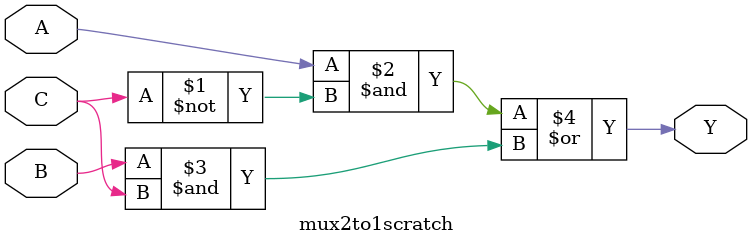
<source format=v>

module mux2to1scratch (A, B, C, Y);

//input
input A;
input B;

//control input
input C;

//output
output Y;

//implementation

assign Y = (A & ~C) | (B & C);

endmodule
</source>
